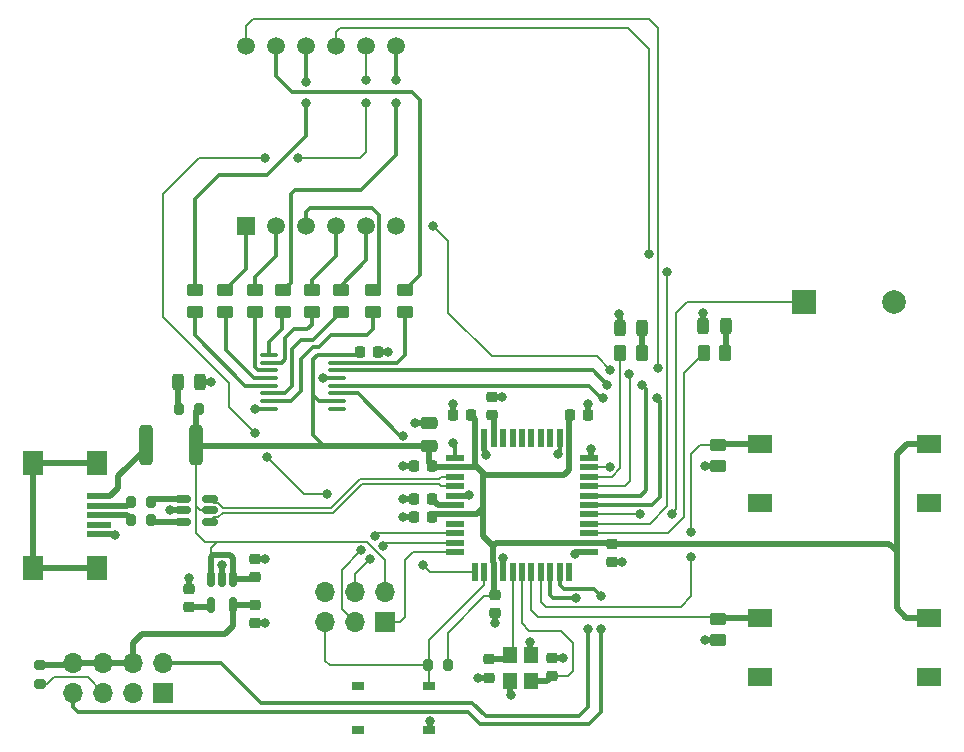
<source format=gbr>
%TF.GenerationSoftware,KiCad,Pcbnew,7.0.1*%
%TF.CreationDate,2023-04-05T02:41:21-06:00*%
%TF.ProjectId,Phase_B_ATMEGA,50686173-655f-4425-9f41-544d4547412e,rev?*%
%TF.SameCoordinates,Original*%
%TF.FileFunction,Copper,L1,Top*%
%TF.FilePolarity,Positive*%
%FSLAX46Y46*%
G04 Gerber Fmt 4.6, Leading zero omitted, Abs format (unit mm)*
G04 Created by KiCad (PCBNEW 7.0.1) date 2023-04-05 02:41:21*
%MOMM*%
%LPD*%
G01*
G04 APERTURE LIST*
G04 Aperture macros list*
%AMRoundRect*
0 Rectangle with rounded corners*
0 $1 Rounding radius*
0 $2 $3 $4 $5 $6 $7 $8 $9 X,Y pos of 4 corners*
0 Add a 4 corners polygon primitive as box body*
4,1,4,$2,$3,$4,$5,$6,$7,$8,$9,$2,$3,0*
0 Add four circle primitives for the rounded corners*
1,1,$1+$1,$2,$3*
1,1,$1+$1,$4,$5*
1,1,$1+$1,$6,$7*
1,1,$1+$1,$8,$9*
0 Add four rect primitives between the rounded corners*
20,1,$1+$1,$2,$3,$4,$5,0*
20,1,$1+$1,$4,$5,$6,$7,0*
20,1,$1+$1,$6,$7,$8,$9,0*
20,1,$1+$1,$8,$9,$2,$3,0*%
G04 Aperture macros list end*
%TA.AperFunction,SMDPad,CuDef*%
%ADD10RoundRect,0.225000X-0.250000X0.225000X-0.250000X-0.225000X0.250000X-0.225000X0.250000X0.225000X0*%
%TD*%
%TA.AperFunction,SMDPad,CuDef*%
%ADD11RoundRect,0.225000X0.250000X-0.225000X0.250000X0.225000X-0.250000X0.225000X-0.250000X-0.225000X0*%
%TD*%
%TA.AperFunction,SMDPad,CuDef*%
%ADD12R,1.200000X1.400000*%
%TD*%
%TA.AperFunction,ComponentPad*%
%ADD13R,1.700000X1.700000*%
%TD*%
%TA.AperFunction,ComponentPad*%
%ADD14O,1.700000X1.700000*%
%TD*%
%TA.AperFunction,SMDPad,CuDef*%
%ADD15RoundRect,0.225000X0.225000X0.250000X-0.225000X0.250000X-0.225000X-0.250000X0.225000X-0.250000X0*%
%TD*%
%TA.AperFunction,SMDPad,CuDef*%
%ADD16RoundRect,0.250000X0.450000X-0.262500X0.450000X0.262500X-0.450000X0.262500X-0.450000X-0.262500X0*%
%TD*%
%TA.AperFunction,SMDPad,CuDef*%
%ADD17RoundRect,0.200000X-0.275000X0.200000X-0.275000X-0.200000X0.275000X-0.200000X0.275000X0.200000X0*%
%TD*%
%TA.AperFunction,SMDPad,CuDef*%
%ADD18R,1.000000X0.700000*%
%TD*%
%TA.AperFunction,SMDPad,CuDef*%
%ADD19R,2.000000X0.500000*%
%TD*%
%TA.AperFunction,SMDPad,CuDef*%
%ADD20R,1.700000X2.000000*%
%TD*%
%TA.AperFunction,ComponentPad*%
%ADD21R,1.500000X1.500000*%
%TD*%
%TA.AperFunction,ComponentPad*%
%ADD22C,1.500000*%
%TD*%
%TA.AperFunction,SMDPad,CuDef*%
%ADD23RoundRect,0.200000X0.200000X0.275000X-0.200000X0.275000X-0.200000X-0.275000X0.200000X-0.275000X0*%
%TD*%
%TA.AperFunction,SMDPad,CuDef*%
%ADD24RoundRect,0.150000X-0.512500X-0.150000X0.512500X-0.150000X0.512500X0.150000X-0.512500X0.150000X0*%
%TD*%
%TA.AperFunction,ComponentPad*%
%ADD25R,2.000000X2.000000*%
%TD*%
%TA.AperFunction,ComponentPad*%
%ADD26C,2.000000*%
%TD*%
%TA.AperFunction,SMDPad,CuDef*%
%ADD27RoundRect,0.225000X-0.225000X-0.250000X0.225000X-0.250000X0.225000X0.250000X-0.225000X0.250000X0*%
%TD*%
%TA.AperFunction,SMDPad,CuDef*%
%ADD28RoundRect,0.243750X-0.243750X-0.456250X0.243750X-0.456250X0.243750X0.456250X-0.243750X0.456250X0*%
%TD*%
%TA.AperFunction,SMDPad,CuDef*%
%ADD29RoundRect,0.243750X0.243750X0.456250X-0.243750X0.456250X-0.243750X-0.456250X0.243750X-0.456250X0*%
%TD*%
%TA.AperFunction,SMDPad,CuDef*%
%ADD30R,1.500000X0.550000*%
%TD*%
%TA.AperFunction,SMDPad,CuDef*%
%ADD31R,0.550000X1.500000*%
%TD*%
%TA.AperFunction,SMDPad,CuDef*%
%ADD32RoundRect,0.200000X-0.200000X-0.275000X0.200000X-0.275000X0.200000X0.275000X-0.200000X0.275000X0*%
%TD*%
%TA.AperFunction,SMDPad,CuDef*%
%ADD33RoundRect,0.150000X-0.150000X0.512500X-0.150000X-0.512500X0.150000X-0.512500X0.150000X0.512500X0*%
%TD*%
%TA.AperFunction,SMDPad,CuDef*%
%ADD34RoundRect,0.100000X-0.637500X-0.100000X0.637500X-0.100000X0.637500X0.100000X-0.637500X0.100000X0*%
%TD*%
%TA.AperFunction,SMDPad,CuDef*%
%ADD35R,2.000000X1.500000*%
%TD*%
%TA.AperFunction,SMDPad,CuDef*%
%ADD36RoundRect,0.250000X-0.450000X0.262500X-0.450000X-0.262500X0.450000X-0.262500X0.450000X0.262500X0*%
%TD*%
%TA.AperFunction,SMDPad,CuDef*%
%ADD37RoundRect,0.250000X-0.312500X-1.450000X0.312500X-1.450000X0.312500X1.450000X-0.312500X1.450000X0*%
%TD*%
%TA.AperFunction,SMDPad,CuDef*%
%ADD38RoundRect,0.250000X-0.262500X-0.450000X0.262500X-0.450000X0.262500X0.450000X-0.262500X0.450000X0*%
%TD*%
%TA.AperFunction,SMDPad,CuDef*%
%ADD39RoundRect,0.250000X0.475000X-0.250000X0.475000X0.250000X-0.475000X0.250000X-0.475000X-0.250000X0*%
%TD*%
%TA.AperFunction,ViaPad*%
%ADD40C,0.800000*%
%TD*%
%TA.AperFunction,Conductor*%
%ADD41C,0.508000*%
%TD*%
%TA.AperFunction,Conductor*%
%ADD42C,0.304800*%
%TD*%
%TA.AperFunction,Conductor*%
%ADD43C,0.203200*%
%TD*%
%TA.AperFunction,Conductor*%
%ADD44C,0.200000*%
%TD*%
G04 APERTURE END LIST*
D10*
%TO.P,C2,1*%
%TO.N,GND*%
X127254000Y-102857000D03*
%TO.P,C2,2*%
%TO.N,XTAL1*%
X127254000Y-104407000D03*
%TD*%
D11*
%TO.P,C12,1*%
%TO.N,/AREF*%
X122174000Y-82309000D03*
%TO.P,C12,2*%
%TO.N,GND*%
X122174000Y-80759000D03*
%TD*%
D12*
%TO.P,Y1,1,1*%
%TO.N,XTAL1*%
X125437000Y-104859000D03*
%TO.P,Y1,2,2*%
%TO.N,GND*%
X125437000Y-102659000D03*
%TO.P,Y1,3,3*%
%TO.N,XTAL2*%
X123737000Y-102659000D03*
%TO.P,Y1,4,4*%
%TO.N,GND*%
X123737000Y-104859000D03*
%TD*%
D13*
%TO.P,J1,1,MISO*%
%TO.N,MISO*%
X113142000Y-99842000D03*
D14*
%TO.P,J1,2,VCC*%
%TO.N,+5V*%
X113142000Y-97302000D03*
%TO.P,J1,3,SCK*%
%TO.N,SCK*%
X110602000Y-99842000D03*
%TO.P,J1,4,MOSI*%
%TO.N,MOSI*%
X110602000Y-97302000D03*
%TO.P,J1,5,~{RST}*%
%TO.N,RST*%
X108062000Y-99842000D03*
%TO.P,J1,6,GND*%
%TO.N,GND*%
X108062000Y-97302000D03*
%TD*%
D15*
%TO.P,C10,1*%
%TO.N,+5V*%
X117094000Y-90932000D03*
%TO.P,C10,2*%
%TO.N,GND*%
X115544000Y-90932000D03*
%TD*%
D16*
%TO.P,R8,1*%
%TO.N,d*%
X102108000Y-73556500D03*
%TO.P,R8,2*%
%TO.N,Net-(U1-d)*%
X102108000Y-71731500D03*
%TD*%
D17*
%TO.P,R17,1*%
%TO.N,+3.3V*%
X83947000Y-103442000D03*
%TO.P,R17,2*%
%TO.N,Net-(J3-Pin_5)*%
X83947000Y-105092000D03*
%TD*%
D18*
%TO.P,S3,1*%
%TO.N,GND*%
X116840000Y-108966000D03*
%TO.P,S3,2*%
%TO.N,N/C*%
X110840000Y-108966000D03*
%TO.P,S3,3*%
%TO.N,RST*%
X116840000Y-105266000D03*
%TO.P,S3,4*%
%TO.N,N/C*%
X110840000Y-105266000D03*
%TD*%
D15*
%TO.P,C6,1*%
%TO.N,+5V*%
X117107000Y-86614000D03*
%TO.P,C6,2*%
%TO.N,GND*%
X115557000Y-86614000D03*
%TD*%
D19*
%TO.P,J2,1,VBUS*%
%TO.N,Net-(J2-VBUS)*%
X88862000Y-89200000D03*
%TO.P,J2,2,D-*%
%TO.N,Net-(J2-D-)*%
X88862000Y-90000000D03*
%TO.P,J2,3,D+*%
%TO.N,Net-(J2-D+)*%
X88862000Y-90800000D03*
%TO.P,J2,4,ID*%
%TO.N,unconnected-(J2-ID-Pad4)*%
X88862000Y-91600000D03*
%TO.P,J2,5,GND*%
%TO.N,GND*%
X88862000Y-92400000D03*
D20*
%TO.P,J2,6,Shield*%
%TO.N,unconnected-(J2-Shield-Pad6)*%
X88762000Y-86350000D03*
X83312000Y-86350000D03*
X88762000Y-95250000D03*
X83312000Y-95250000D03*
%TD*%
D10*
%TO.P,C7,1*%
%TO.N,+5V*%
X122428000Y-97523000D03*
%TO.P,C7,2*%
%TO.N,GND*%
X122428000Y-99073000D03*
%TD*%
D21*
%TO.P,U1,1,e*%
%TO.N,Net-(U1-e)*%
X101346000Y-66294000D03*
D22*
%TO.P,U1,2,d*%
%TO.N,Net-(U1-d)*%
X103886000Y-66294000D03*
%TO.P,U1,3,DPX*%
%TO.N,Net-(U1-DPX)*%
X106426000Y-66294000D03*
%TO.P,U1,4,c*%
%TO.N,Net-(U1-c)*%
X108966000Y-66294000D03*
%TO.P,U1,5,g*%
%TO.N,Net-(U1-g)*%
X111506000Y-66294000D03*
%TO.P,U1,6,CA4*%
%TO.N,Dig4*%
X114046000Y-66294000D03*
%TO.P,U1,7,b*%
%TO.N,Net-(U1-b)*%
X114046000Y-51054000D03*
%TO.P,U1,8,CA3*%
%TO.N,Dig3*%
X111506000Y-51054000D03*
%TO.P,U1,9,CA2*%
%TO.N,Dig2*%
X108966000Y-51054000D03*
%TO.P,U1,10,f*%
%TO.N,Net-(U1-f)*%
X106426000Y-51054000D03*
%TO.P,U1,11,a*%
%TO.N,Net-(U1-a)*%
X103886000Y-51054000D03*
%TO.P,U1,12,CA1*%
%TO.N,Dig1*%
X101346000Y-51054000D03*
%TD*%
D23*
%TO.P,R13,1*%
%TO.N,+5V*%
X118427000Y-103505000D03*
%TO.P,R13,2*%
%TO.N,RST*%
X116777000Y-103505000D03*
%TD*%
D24*
%TO.P,U4,1,I/O1*%
%TO.N,USB_CONN_D-*%
X96028115Y-89421688D03*
%TO.P,U4,2,GND*%
%TO.N,GND*%
X96028115Y-90371688D03*
%TO.P,U4,3,I/O2*%
%TO.N,USB_CONN_D+*%
X96028115Y-91321688D03*
%TO.P,U4,4,I/O2*%
%TO.N,USB_D+*%
X98303115Y-91321688D03*
%TO.P,U4,5,VBUS*%
%TO.N,+5V*%
X98303115Y-90371688D03*
%TO.P,U4,6,I/O1*%
%TO.N,USB_D-*%
X98303115Y-89421688D03*
%TD*%
D11*
%TO.P,C15,1*%
%TO.N,Net-(U5-BP)*%
X96520000Y-98552000D03*
%TO.P,C15,2*%
%TO.N,GND*%
X96520000Y-97002000D03*
%TD*%
D16*
%TO.P,R7,1*%
%TO.N,c*%
X106934000Y-73556500D03*
%TO.P,R7,2*%
%TO.N,Net-(U1-c)*%
X106934000Y-71731500D03*
%TD*%
D25*
%TO.P,LS1,1,1*%
%TO.N,Buzzer*%
X148600000Y-72771000D03*
D26*
%TO.P,LS1,2,2*%
%TO.N,GND*%
X156200000Y-72771000D03*
%TD*%
D27*
%TO.P,C1,1*%
%TO.N,+5V*%
X110985000Y-76962000D03*
%TO.P,C1,2*%
%TO.N,GND*%
X112535000Y-76962000D03*
%TD*%
D16*
%TO.P,R6,1*%
%TO.N,b*%
X104521000Y-73556500D03*
%TO.P,R6,2*%
%TO.N,Net-(U1-b)*%
X104521000Y-71731500D03*
%TD*%
%TO.P,R9,1*%
%TO.N,e*%
X99568000Y-73556500D03*
%TO.P,R9,2*%
%TO.N,Net-(U1-e)*%
X99568000Y-71731500D03*
%TD*%
D28*
%TO.P,D1,1,K*%
%TO.N,GND*%
X133024000Y-74930000D03*
%TO.P,D1,2,A*%
%TO.N,Net-(D1-A)*%
X134899000Y-74930000D03*
%TD*%
D29*
%TO.P,D3,1,K*%
%TO.N,GND*%
X97457500Y-79502000D03*
%TO.P,D3,2,A*%
%TO.N,Net-(D3-A)*%
X95582500Y-79502000D03*
%TD*%
D30*
%TO.P,U3,1,PE6*%
%TO.N,SH_CP*%
X119014000Y-85916000D03*
%TO.P,U3,2,UVCC*%
%TO.N,+5V*%
X119014000Y-86716000D03*
%TO.P,U3,3,D-*%
%TO.N,USB_D-*%
X119014000Y-87516000D03*
%TO.P,U3,4,D+*%
%TO.N,USB_D+*%
X119014000Y-88316000D03*
%TO.P,U3,5,UGND*%
%TO.N,GND*%
X119014000Y-89116000D03*
%TO.P,U3,6,UCAP*%
%TO.N,/UCAP*%
X119014000Y-89916000D03*
%TO.P,U3,7,VBUS*%
%TO.N,+5V*%
X119014000Y-90716000D03*
%TO.P,U3,8,PB0*%
%TO.N,unconnected-(U3-PB0-Pad8)*%
X119014000Y-91516000D03*
%TO.P,U3,9,PB1*%
%TO.N,SCK*%
X119014000Y-92316000D03*
%TO.P,U3,10,PB2*%
%TO.N,MOSI*%
X119014000Y-93116000D03*
%TO.P,U3,11,PB3*%
%TO.N,MISO*%
X119014000Y-93916000D03*
D31*
%TO.P,U3,12,PB7*%
%TO.N,Dig3*%
X120714000Y-95616000D03*
%TO.P,U3,13,~{RESET}*%
%TO.N,RST*%
X121514000Y-95616000D03*
%TO.P,U3,14,VCC*%
%TO.N,+5V*%
X122314000Y-95616000D03*
%TO.P,U3,15,GND*%
%TO.N,GND*%
X123114000Y-95616000D03*
%TO.P,U3,16,XTAL2*%
%TO.N,XTAL2*%
X123914000Y-95616000D03*
%TO.P,U3,17,XTAL1*%
%TO.N,XTAL1*%
X124714000Y-95616000D03*
%TO.P,U3,18,PD0*%
%TO.N,Button_2*%
X125514000Y-95616000D03*
%TO.P,U3,19,PD1*%
%TO.N,Button_1*%
X126314000Y-95616000D03*
%TO.P,U3,20,PD2*%
%TO.N,TX*%
X127114000Y-95616000D03*
%TO.P,U3,21,PD3*%
%TO.N,RX*%
X127914000Y-95616000D03*
%TO.P,U3,22,PD5*%
%TO.N,unconnected-(U3-PD5-Pad22)*%
X128714000Y-95616000D03*
D30*
%TO.P,U3,23,GND*%
%TO.N,GND*%
X130414000Y-93916000D03*
%TO.P,U3,24,AVCC*%
%TO.N,+5V*%
X130414000Y-93116000D03*
%TO.P,U3,25,PD4*%
%TO.N,GREEN_LED*%
X130414000Y-92316000D03*
%TO.P,U3,26,PD6*%
%TO.N,Dig2*%
X130414000Y-91516000D03*
%TO.P,U3,27,PD7*%
%TO.N,Buzzer*%
X130414000Y-90716000D03*
%TO.P,U3,28,PB4*%
%TO.N,ST_CP*%
X130414000Y-89916000D03*
%TO.P,U3,29,PB5*%
%TO.N,DS*%
X130414000Y-89116000D03*
%TO.P,U3,30,PB6*%
%TO.N,Dig4*%
X130414000Y-88316000D03*
%TO.P,U3,31,PC6*%
%TO.N,RED_LED*%
X130414000Y-87516000D03*
%TO.P,U3,32,PC7*%
%TO.N,Dig1*%
X130414000Y-86716000D03*
%TO.P,U3,33,~{HWB}/PE2*%
%TO.N,GND*%
X130414000Y-85916000D03*
D31*
%TO.P,U3,34,VCC*%
%TO.N,+5V*%
X128714000Y-84216000D03*
%TO.P,U3,35,GND*%
%TO.N,GND*%
X127914000Y-84216000D03*
%TO.P,U3,36,PF7*%
%TO.N,unconnected-(U3-PF7-Pad36)*%
X127114000Y-84216000D03*
%TO.P,U3,37,PF6*%
%TO.N,unconnected-(U3-PF6-Pad37)*%
X126314000Y-84216000D03*
%TO.P,U3,38,PF5*%
%TO.N,unconnected-(U3-PF5-Pad38)*%
X125514000Y-84216000D03*
%TO.P,U3,39,PF4*%
%TO.N,unconnected-(U3-PF4-Pad39)*%
X124714000Y-84216000D03*
%TO.P,U3,40,PF1*%
%TO.N,unconnected-(U3-PF1-Pad40)*%
X123914000Y-84216000D03*
%TO.P,U3,41,PF0*%
%TO.N,unconnected-(U3-PF0-Pad41)*%
X123114000Y-84216000D03*
%TO.P,U3,42,AREF*%
%TO.N,/AREF*%
X122314000Y-84216000D03*
%TO.P,U3,43,GND*%
%TO.N,GND*%
X121514000Y-84216000D03*
%TO.P,U3,44,AVCC*%
%TO.N,+5V*%
X120714000Y-84216000D03*
%TD*%
D15*
%TO.P,C11,1*%
%TO.N,+5V*%
X120409000Y-82296000D03*
%TO.P,C11,2*%
%TO.N,GND*%
X118859000Y-82296000D03*
%TD*%
D32*
%TO.P,R15,1*%
%TO.N,Net-(J2-D-)*%
X91631911Y-89635905D03*
%TO.P,R15,2*%
%TO.N,USB_CONN_D-*%
X93281911Y-89635905D03*
%TD*%
D33*
%TO.P,U5,1,VIN*%
%TO.N,+5V*%
X100264000Y-96144500D03*
%TO.P,U5,2,GND*%
%TO.N,GND*%
X99314000Y-96144500D03*
%TO.P,U5,3,ON/~{OFF}*%
%TO.N,+5V*%
X98364000Y-96144500D03*
%TO.P,U5,4,BP*%
%TO.N,Net-(U5-BP)*%
X98364000Y-98419500D03*
%TO.P,U5,5,VOUT*%
%TO.N,+3.3V*%
X100264000Y-98419500D03*
%TD*%
D32*
%TO.P,R14,1*%
%TO.N,Net-(J2-D+)*%
X91631000Y-91186000D03*
%TO.P,R14,2*%
%TO.N,USB_CONN_D+*%
X93281000Y-91186000D03*
%TD*%
D10*
%TO.P,C5,1*%
%TO.N,+5V*%
X132321000Y-93218000D03*
%TO.P,C5,2*%
%TO.N,GND*%
X132321000Y-94768000D03*
%TD*%
%TO.P,C3,1*%
%TO.N,XTAL2*%
X121920000Y-102984000D03*
%TO.P,C3,2*%
%TO.N,GND*%
X121920000Y-104534000D03*
%TD*%
%TO.P,C14,1*%
%TO.N,+3.3V*%
X102108000Y-98399000D03*
%TO.P,C14,2*%
%TO.N,GND*%
X102108000Y-99949000D03*
%TD*%
D16*
%TO.P,R5,1*%
%TO.N,a*%
X114808000Y-73556500D03*
%TO.P,R5,2*%
%TO.N,Net-(U1-a)*%
X114808000Y-71731500D03*
%TD*%
D23*
%TO.P,R16,1*%
%TO.N,+5V*%
X97345000Y-81788000D03*
%TO.P,R16,2*%
%TO.N,Net-(D3-A)*%
X95695000Y-81788000D03*
%TD*%
D34*
%TO.P,U2,1,QB*%
%TO.N,b*%
X103309500Y-77227000D03*
%TO.P,U2,2,QC*%
%TO.N,c*%
X103309500Y-77877000D03*
%TO.P,U2,3,QD*%
%TO.N,d*%
X103309500Y-78527000D03*
%TO.P,U2,4,QE*%
%TO.N,e*%
X103309500Y-79177000D03*
%TO.P,U2,5,QF*%
%TO.N,f*%
X103309500Y-79827000D03*
%TO.P,U2,6,QG*%
%TO.N,g*%
X103309500Y-80477000D03*
%TO.P,U2,7,QH*%
%TO.N,dp*%
X103309500Y-81127000D03*
%TO.P,U2,8,GND*%
%TO.N,GND*%
X103309500Y-81777000D03*
%TO.P,U2,9,QH'*%
%TO.N,unconnected-(U2-QH'-Pad9)*%
X109034500Y-81777000D03*
%TO.P,U2,10,~{SRCLR}*%
%TO.N,+5V*%
X109034500Y-81127000D03*
%TO.P,U2,11,SRCLK*%
%TO.N,SH_CP*%
X109034500Y-80477000D03*
%TO.P,U2,12,RCLK*%
%TO.N,ST_CP*%
X109034500Y-79827000D03*
%TO.P,U2,13,~{OE}*%
%TO.N,GND*%
X109034500Y-79177000D03*
%TO.P,U2,14,SER*%
%TO.N,DS*%
X109034500Y-78527000D03*
%TO.P,U2,15,QA*%
%TO.N,a*%
X109034500Y-77877000D03*
%TO.P,U2,16,VCC*%
%TO.N,+5V*%
X109034500Y-77227000D03*
%TD*%
D35*
%TO.P,S1,A1,NO_1*%
%TO.N,unconnected-(S1-NO_1-PadA1)*%
X159169000Y-89749000D03*
%TO.P,S1,B1,NO_2*%
%TO.N,unconnected-(S1-NO_2-PadB1)*%
X144869000Y-89749000D03*
%TO.P,S1,C1,COM_1*%
%TO.N,+5V*%
X159169000Y-84749000D03*
%TO.P,S1,D1,COM_2*%
%TO.N,Button_1*%
X144869000Y-84749000D03*
%TD*%
D36*
%TO.P,R1,1*%
%TO.N,Button_1*%
X141351000Y-84812500D03*
%TO.P,R1,2*%
%TO.N,GND*%
X141351000Y-86637500D03*
%TD*%
D11*
%TO.P,C13,1*%
%TO.N,+5V*%
X102108000Y-96038000D03*
%TO.P,C13,2*%
%TO.N,GND*%
X102108000Y-94488000D03*
%TD*%
D16*
%TO.P,R12,1*%
%TO.N,dp*%
X112141000Y-73556500D03*
%TO.P,R12,2*%
%TO.N,Net-(U1-DPX)*%
X112141000Y-71731500D03*
%TD*%
D37*
%TO.P,F1,1*%
%TO.N,Net-(J2-VBUS)*%
X92858500Y-84836000D03*
%TO.P,F1,2*%
%TO.N,+5V*%
X97133500Y-84836000D03*
%TD*%
D27*
%TO.P,C4,1*%
%TO.N,+5V*%
X128778000Y-82296000D03*
%TO.P,C4,2*%
%TO.N,GND*%
X130328000Y-82296000D03*
%TD*%
D38*
%TO.P,R3,1*%
%TO.N,RED_LED*%
X133049000Y-77089000D03*
%TO.P,R3,2*%
%TO.N,Net-(D1-A)*%
X134874000Y-77089000D03*
%TD*%
D15*
%TO.P,C9,1*%
%TO.N,/UCAP*%
X117094000Y-89408000D03*
%TO.P,C9,2*%
%TO.N,GND*%
X115544000Y-89408000D03*
%TD*%
D13*
%TO.P,J3,1,Pin_1*%
%TO.N,GND*%
X94351000Y-105811000D03*
D14*
%TO.P,J3,2,Pin_2*%
%TO.N,TX*%
X94351000Y-103271000D03*
%TO.P,J3,3,Pin_3*%
%TO.N,unconnected-(J3-Pin_3-Pad3)*%
X91811000Y-105811000D03*
%TO.P,J3,4,Pin_4*%
%TO.N,+3.3V*%
X91811000Y-103271000D03*
%TO.P,J3,5,Pin_5*%
%TO.N,Net-(J3-Pin_5)*%
X89271000Y-105811000D03*
%TO.P,J3,6,Pin_6*%
%TO.N,+3.3V*%
X89271000Y-103271000D03*
%TO.P,J3,7,Pin_7*%
%TO.N,RX*%
X86731000Y-105811000D03*
%TO.P,J3,8,Pin_8*%
%TO.N,+3.3V*%
X86731000Y-103271000D03*
%TD*%
D16*
%TO.P,R10,1*%
%TO.N,f*%
X97028000Y-73556500D03*
%TO.P,R10,2*%
%TO.N,Net-(U1-f)*%
X97028000Y-71731500D03*
%TD*%
D36*
%TO.P,R2,1*%
%TO.N,Button_2*%
X141351000Y-99544500D03*
%TO.P,R2,2*%
%TO.N,GND*%
X141351000Y-101369500D03*
%TD*%
D39*
%TO.P,C8,1*%
%TO.N,+5V*%
X116840000Y-84897000D03*
%TO.P,C8,2*%
%TO.N,GND*%
X116840000Y-82997000D03*
%TD*%
D35*
%TO.P,S2,A1,NO_1*%
%TO.N,unconnected-(S2-NO_1-PadA1)*%
X159169000Y-104481000D03*
%TO.P,S2,B1,NO_2*%
%TO.N,unconnected-(S2-NO_2-PadB1)*%
X144869000Y-104481000D03*
%TO.P,S2,C1,COM_1*%
%TO.N,+5V*%
X159169000Y-99481000D03*
%TO.P,S2,D1,COM_2*%
%TO.N,Button_2*%
X144869000Y-99481000D03*
%TD*%
D38*
%TO.P,R4,1*%
%TO.N,GREEN_LED*%
X140106000Y-77089000D03*
%TO.P,R4,2*%
%TO.N,Net-(D2-A)*%
X141931000Y-77089000D03*
%TD*%
D16*
%TO.P,R11,1*%
%TO.N,g*%
X109368612Y-73559151D03*
%TO.P,R11,2*%
%TO.N,Net-(U1-g)*%
X109368612Y-71734151D03*
%TD*%
D28*
%TO.P,D2,1,K*%
%TO.N,GND*%
X140081000Y-74803000D03*
%TO.P,D2,2,A*%
%TO.N,Net-(D2-A)*%
X141956000Y-74803000D03*
%TD*%
D40*
%TO.N,GND*%
X94927568Y-90373676D03*
X132969000Y-73787000D03*
X122428000Y-99949000D03*
X99314000Y-94996000D03*
X121666000Y-85725000D03*
X127762000Y-85598000D03*
X140208000Y-101346000D03*
X98425000Y-79502000D03*
X133223000Y-94742000D03*
X115659806Y-82987896D03*
X120240310Y-89111157D03*
X107843284Y-79185837D03*
X121001928Y-104528392D03*
X123761691Y-106024351D03*
X96520000Y-96139000D03*
X102997000Y-99949000D03*
X114632608Y-90938694D03*
X128174878Y-102846028D03*
X90297000Y-92456000D03*
X102108000Y-81788000D03*
X140208000Y-86614000D03*
X125416240Y-101513888D03*
X130595586Y-85193476D03*
X129206701Y-94096659D03*
X114626396Y-89411820D03*
X102997000Y-94488000D03*
X118836998Y-81379074D03*
X116967000Y-108204000D03*
X140026000Y-73660000D03*
X113411000Y-76962000D03*
X130302000Y-81407000D03*
X123063000Y-80772000D03*
X114681000Y-86614000D03*
X123089352Y-94373580D03*
%TO.N,Buzzer*%
X137414000Y-90678000D03*
X134747000Y-90678000D03*
%TO.N,Button_1*%
X139065000Y-92202000D03*
X139065000Y-94361000D03*
%TO.N,Net-(U1-b)*%
X114046000Y-53975000D03*
X114046000Y-55880000D03*
%TO.N,Net-(U1-f)*%
X106426000Y-54102000D03*
X106426000Y-55880000D03*
%TO.N,Dig4*%
X132207000Y-78486000D03*
X133750100Y-78867000D03*
X117221000Y-66294000D03*
%TO.N,Dig3*%
X111506000Y-55880000D03*
X108204000Y-89027000D03*
X116332000Y-94996000D03*
X111506000Y-53975000D03*
X103124000Y-85852000D03*
X102108000Y-83820000D03*
X102997000Y-60579000D03*
X105791000Y-60579000D03*
%TO.N,Dig2*%
X137033000Y-70231000D03*
X135509000Y-68707000D03*
%TO.N,Dig1*%
X132155747Y-86689747D03*
X136271000Y-78359000D03*
%TO.N,SH_CP*%
X118872000Y-84709000D03*
X114681000Y-84043500D03*
%TO.N,ST_CP*%
X136144000Y-80899000D03*
X131572000Y-80899000D03*
%TO.N,DS*%
X131953000Y-79756000D03*
X134874000Y-79756000D03*
%TO.N,SCK*%
X112268000Y-92583000D03*
X111125000Y-93728600D03*
%TO.N,MOSI*%
X112954253Y-93420747D03*
X111887000Y-94488000D03*
%TO.N,TX*%
X129286000Y-97790000D03*
X130302000Y-100457000D03*
%TO.N,RX*%
X131445000Y-97663000D03*
X131445000Y-100457000D03*
%TD*%
D41*
%TO.N,GND*%
X130302000Y-82270000D02*
X130328000Y-82296000D01*
D42*
X127914000Y-85446000D02*
X127762000Y-85598000D01*
D41*
X114630216Y-89408000D02*
X114626396Y-89411820D01*
X116967000Y-108839000D02*
X116840000Y-108966000D01*
X88862000Y-92400000D02*
X90241000Y-92400000D01*
X114632608Y-90938694D02*
X115537306Y-90938694D01*
X115537306Y-90938694D02*
X115544000Y-90932000D01*
X141351000Y-101369500D02*
X140231500Y-101369500D01*
X118859000Y-82296000D02*
X118859000Y-81401076D01*
X140026000Y-74748000D02*
X140081000Y-74803000D01*
X115544000Y-89408000D02*
X114630216Y-89408000D01*
X116840000Y-82997000D02*
X115668910Y-82997000D01*
X102997000Y-99949000D02*
X102108000Y-99949000D01*
X130595586Y-85734414D02*
X130414000Y-85916000D01*
X90241000Y-92400000D02*
X90297000Y-92456000D01*
X121666000Y-85725000D02*
X121514000Y-85207882D01*
X116967000Y-108204000D02*
X116967000Y-108839000D01*
X133223000Y-94742000D02*
X132347000Y-94742000D01*
X123114000Y-94398228D02*
X123089352Y-94373580D01*
D42*
X109034500Y-79177000D02*
X107852121Y-79177000D01*
D41*
X125416240Y-101513888D02*
X125416240Y-102638240D01*
X125416240Y-102638240D02*
X125437000Y-102659000D01*
X123063000Y-80772000D02*
X122187000Y-80772000D01*
X121514000Y-85207882D02*
X121514000Y-84216000D01*
X130414000Y-93916000D02*
X129387360Y-93916000D01*
X102108000Y-81788000D02*
X102115000Y-81781000D01*
X133024000Y-73842000D02*
X132969000Y-73787000D01*
X130302000Y-81407000D02*
X130302000Y-82270000D01*
D42*
X103309500Y-81777000D02*
X102119000Y-81777000D01*
X102119000Y-81777000D02*
X102108000Y-81788000D01*
D41*
X102997000Y-94488000D02*
X102108000Y-94488000D01*
X96028115Y-90371688D02*
X94929556Y-90371688D01*
X130595586Y-85193476D02*
X130595586Y-85734414D01*
X113411000Y-76962000D02*
X112535000Y-76962000D01*
X121007536Y-104534000D02*
X121001928Y-104528392D01*
X123737000Y-104859000D02*
X123737000Y-105999660D01*
X123737000Y-105999660D02*
X123761691Y-106024351D01*
X115557000Y-86614000D02*
X114681000Y-86614000D01*
X123114000Y-95616000D02*
X123114000Y-94398228D01*
D42*
X107852121Y-79177000D02*
X107843284Y-79185837D01*
D41*
X127254000Y-102857000D02*
X128163906Y-102857000D01*
X140231500Y-101369500D02*
X140208000Y-101346000D01*
X129387360Y-93916000D02*
X129206701Y-94096659D01*
X115668910Y-82997000D02*
X115659806Y-82987896D01*
X119014000Y-89116000D02*
X120235467Y-89116000D01*
X99314000Y-96144500D02*
X99314000Y-94996000D01*
X133024000Y-74930000D02*
X133024000Y-73842000D01*
X96520000Y-97002000D02*
X96520000Y-96139000D01*
X118859000Y-81401076D02*
X118836998Y-81379074D01*
X122428000Y-99073000D02*
X122428000Y-99949000D01*
X98425000Y-79502000D02*
X97457500Y-79502000D01*
X94929556Y-90371688D02*
X94927568Y-90373676D01*
X140026000Y-73660000D02*
X140026000Y-74748000D01*
X120235467Y-89116000D02*
X120240310Y-89111157D01*
X140231500Y-86637500D02*
X140208000Y-86614000D01*
X121920000Y-104534000D02*
X121007536Y-104534000D01*
X122187000Y-80772000D02*
X122174000Y-80759000D01*
X141351000Y-86637500D02*
X140231500Y-86637500D01*
X128163906Y-102857000D02*
X128174878Y-102846028D01*
D42*
X127914000Y-84216000D02*
X127914000Y-85446000D01*
D41*
%TO.N,Net-(D1-A)*%
X134899000Y-77064000D02*
X134874000Y-77089000D01*
X134899000Y-74930000D02*
X134899000Y-77064000D01*
%TO.N,Net-(D2-A)*%
X141956000Y-74803000D02*
X141956000Y-77064000D01*
X141956000Y-77064000D02*
X141931000Y-77089000D01*
D43*
%TO.N,Buzzer*%
X134709000Y-90716000D02*
X134747000Y-90678000D01*
X137795000Y-73660000D02*
X138684000Y-72771000D01*
X137414000Y-90678000D02*
X137795000Y-90297000D01*
X137795000Y-90297000D02*
X137795000Y-73660000D01*
X130414000Y-90716000D02*
X134709000Y-90716000D01*
X138684000Y-72771000D02*
X148600000Y-72771000D01*
%TO.N,Button_1*%
X126746000Y-98552000D02*
X138176000Y-98552000D01*
X141327500Y-84836000D02*
X141351000Y-84812500D01*
X126314000Y-95616000D02*
X126314000Y-98120000D01*
X139827000Y-84836000D02*
X141327500Y-84836000D01*
X139065000Y-85598000D02*
X139827000Y-84836000D01*
X139065000Y-92202000D02*
X139065000Y-85598000D01*
D41*
X141414500Y-84749000D02*
X141351000Y-84812500D01*
D43*
X139065000Y-97663000D02*
X139065000Y-94361000D01*
X138176000Y-98552000D02*
X139065000Y-97663000D01*
D41*
X144869000Y-84749000D02*
X141414500Y-84749000D01*
D43*
X126314000Y-98120000D02*
X126746000Y-98552000D01*
D41*
%TO.N,Button_2*%
X141414500Y-99481000D02*
X141351000Y-99544500D01*
D43*
X125514000Y-95616000D02*
X125514000Y-98844000D01*
X126111000Y-99441000D02*
X141247500Y-99441000D01*
D41*
X144869000Y-99481000D02*
X141414500Y-99481000D01*
D43*
X125514000Y-98844000D02*
X126111000Y-99441000D01*
X141247500Y-99441000D02*
X141351000Y-99544500D01*
%TO.N,RED_LED*%
X133049000Y-86788000D02*
X133049000Y-77089000D01*
X132321000Y-87516000D02*
X133049000Y-86788000D01*
X130414000Y-87516000D02*
X132321000Y-87516000D01*
%TO.N,GREEN_LED*%
X138430000Y-78765000D02*
X140106000Y-77089000D01*
X138430000Y-90932000D02*
X138430000Y-78765000D01*
X130414000Y-92316000D02*
X137046000Y-92316000D01*
X137046000Y-92316000D02*
X138430000Y-90932000D01*
D42*
%TO.N,a*%
X114147000Y-77877000D02*
X114808000Y-77216000D01*
X109034500Y-77877000D02*
X114147000Y-77877000D01*
X114808000Y-77216000D02*
X114808000Y-73556500D01*
%TO.N,Net-(U1-a)*%
X116078000Y-55626000D02*
X115443000Y-54991000D01*
X114808000Y-71731500D02*
X116078000Y-70461500D01*
X115443000Y-54991000D02*
X105283000Y-54991000D01*
X105283000Y-54991000D02*
X103886000Y-53594000D01*
X116078000Y-70461500D02*
X116078000Y-55626000D01*
X103886000Y-53594000D02*
X103886000Y-51054000D01*
%TO.N,b*%
X104394000Y-75057000D02*
X104394000Y-73683500D01*
X104394000Y-73683500D02*
X104521000Y-73556500D01*
X103309500Y-77227000D02*
X103309500Y-76141500D01*
X103309500Y-76141500D02*
X104394000Y-75057000D01*
%TO.N,Net-(U1-b)*%
X111125000Y-63246000D02*
X105537000Y-63246000D01*
X105537000Y-63246000D02*
X105156000Y-63627000D01*
X114046000Y-51054000D02*
X114046000Y-53975000D01*
X105156000Y-71096500D02*
X104521000Y-71731500D01*
X105156000Y-63627000D02*
X105156000Y-71096500D01*
X114046000Y-60325000D02*
X111125000Y-63246000D01*
X114046000Y-55880000D02*
X114046000Y-60325000D01*
%TO.N,c*%
X106553000Y-75057000D02*
X106934000Y-74676000D01*
X104648000Y-75819000D02*
X105410000Y-75057000D01*
X104368000Y-77877000D02*
X104648000Y-77597000D01*
X106934000Y-74676000D02*
X106934000Y-73556500D01*
X105410000Y-75057000D02*
X106553000Y-75057000D01*
X104648000Y-77597000D02*
X104648000Y-75819000D01*
X103309500Y-77877000D02*
X104368000Y-77877000D01*
%TO.N,Net-(U1-c)*%
X106934000Y-71731500D02*
X106934000Y-70866000D01*
X108966000Y-68834000D02*
X108966000Y-66294000D01*
X106934000Y-70866000D02*
X108966000Y-68834000D01*
%TO.N,d*%
X103309500Y-78527000D02*
X102403000Y-78527000D01*
X102403000Y-78527000D02*
X102108000Y-78232000D01*
X102108000Y-78232000D02*
X102108000Y-73556500D01*
%TO.N,Net-(U1-d)*%
X102108000Y-71731500D02*
X102108000Y-70612000D01*
X103886000Y-68834000D02*
X103886000Y-66294000D01*
X102108000Y-70612000D02*
X103886000Y-68834000D01*
%TO.N,e*%
X99695000Y-73683500D02*
X99568000Y-73556500D01*
X99695000Y-76835000D02*
X99695000Y-73683500D01*
X103309500Y-79177000D02*
X102037000Y-79177000D01*
X102037000Y-79177000D02*
X99695000Y-76835000D01*
%TO.N,Net-(U1-e)*%
X101346000Y-69953500D02*
X101346000Y-66294000D01*
X99568000Y-71731500D02*
X101346000Y-69953500D01*
%TO.N,f*%
X101290000Y-79827000D02*
X97028000Y-75565000D01*
X103309500Y-79827000D02*
X101290000Y-79827000D01*
X97028000Y-75565000D02*
X97028000Y-73556500D01*
%TO.N,Net-(U1-f)*%
X106426000Y-54102000D02*
X106426000Y-51054000D01*
X99060000Y-61976000D02*
X103124000Y-61976000D01*
X97028000Y-64008000D02*
X99060000Y-61976000D01*
X106426000Y-58674000D02*
X106426000Y-55880000D01*
X97028000Y-71731500D02*
X97028000Y-64008000D01*
X103124000Y-61976000D02*
X106426000Y-58674000D01*
%TO.N,g*%
X103309500Y-80477000D02*
X104689000Y-80477000D01*
X106045000Y-75946000D02*
X106981763Y-75946000D01*
X104689000Y-80477000D02*
X105283000Y-79883000D01*
X105283000Y-76708000D02*
X106045000Y-75946000D01*
X106981763Y-75946000D02*
X109368612Y-73559151D01*
X105283000Y-79883000D02*
X105283000Y-76708000D01*
%TO.N,Net-(U1-g)*%
X109368612Y-71352388D02*
X111506000Y-69215000D01*
X111506000Y-69215000D02*
X111506000Y-66294000D01*
X109368612Y-71734151D02*
X109368612Y-71352388D01*
%TO.N,dp*%
X107061000Y-76581000D02*
X107569000Y-76581000D01*
X111633000Y-75565000D02*
X112141000Y-75057000D01*
X112141000Y-75057000D02*
X112141000Y-73556500D01*
X108585000Y-75565000D02*
X111633000Y-75565000D01*
X107569000Y-76581000D02*
X108585000Y-75565000D01*
X106045000Y-77597000D02*
X107061000Y-76581000D01*
X103309500Y-81127000D02*
X105182000Y-81127000D01*
X106045000Y-80264000D02*
X106045000Y-77597000D01*
X105182000Y-81127000D02*
X106045000Y-80264000D01*
%TO.N,Net-(U1-DPX)*%
X112649000Y-65405000D02*
X112014000Y-64770000D01*
X112649000Y-71223500D02*
X112649000Y-65405000D01*
X112649000Y-71223500D02*
X112141000Y-71731500D01*
X106426000Y-66294000D02*
X106426000Y-65151000D01*
X112014000Y-64770000D02*
X106807000Y-64770000D01*
X106426000Y-65151000D02*
X106807000Y-64770000D01*
D41*
%TO.N,+5V*%
X132219000Y-93116000D02*
X132321000Y-93218000D01*
X128714000Y-82360000D02*
X128778000Y-82296000D01*
X119014000Y-86716000D02*
X117209000Y-86716000D01*
D43*
X97133500Y-84836000D02*
X97155000Y-84857500D01*
D41*
X100264000Y-96144500D02*
X102001500Y-96144500D01*
X122314000Y-94805967D02*
X122235352Y-94727319D01*
X106807000Y-84897000D02*
X97194500Y-84897000D01*
X132321000Y-93218000D02*
X155829000Y-93218000D01*
X156464000Y-85598000D02*
X157313000Y-84749000D01*
D43*
X97155000Y-90043000D02*
X97155000Y-92329000D01*
X97853500Y-93027500D02*
X99060000Y-93027500D01*
D41*
X120714000Y-84216000D02*
X120714000Y-86551000D01*
D43*
X97155000Y-92329000D02*
X97853500Y-93027500D01*
D41*
X121412000Y-87249000D02*
X121412000Y-90170000D01*
X159169000Y-99481000D02*
X157266000Y-99481000D01*
X122235352Y-93406352D02*
X121412000Y-92583000D01*
D42*
X107543000Y-81127000D02*
X109034500Y-81127000D01*
D43*
X98874500Y-93027500D02*
X99060000Y-93027500D01*
D41*
X122525704Y-93116000D02*
X122235352Y-93406352D01*
X119014000Y-86716000D02*
X120879000Y-86716000D01*
X120714000Y-86551000D02*
X120879000Y-86716000D01*
X120879000Y-86716000D02*
X121412000Y-87249000D01*
X121539000Y-87376000D02*
X121412000Y-87249000D01*
X97133500Y-81999500D02*
X97345000Y-81788000D01*
D43*
X97483688Y-90371688D02*
X98303115Y-90371688D01*
X98364000Y-93538000D02*
X98364000Y-94295000D01*
X118427000Y-100775000D02*
X121539000Y-97663000D01*
D41*
X121412000Y-90170000D02*
X120866000Y-90716000D01*
X97133500Y-84836000D02*
X97133500Y-81999500D01*
X122314000Y-97409000D02*
X122428000Y-97523000D01*
X97194500Y-84897000D02*
X97133500Y-84836000D01*
D42*
X107061000Y-80645000D02*
X107061000Y-84008000D01*
D41*
X130414000Y-93116000D02*
X132219000Y-93116000D01*
D42*
X110720000Y-77227000D02*
X110985000Y-76962000D01*
X107061000Y-84008000D02*
X107950000Y-84897000D01*
D41*
X120866000Y-90716000D02*
X119014000Y-90716000D01*
X99984000Y-94142000D02*
X100264000Y-94422000D01*
X98517000Y-94142000D02*
X99984000Y-94142000D01*
D43*
X99060000Y-93027500D02*
X111569500Y-93027500D01*
D41*
X98364000Y-94295000D02*
X98517000Y-94142000D01*
X100264000Y-94422000D02*
X100264000Y-96144500D01*
D43*
X118427000Y-103505000D02*
X118427000Y-100775000D01*
D41*
X128270000Y-87376000D02*
X121539000Y-87376000D01*
X116840000Y-84897000D02*
X116840000Y-86347000D01*
X102001500Y-96144500D02*
X102108000Y-96038000D01*
X120714000Y-82601000D02*
X120409000Y-82296000D01*
X156464000Y-98679000D02*
X156464000Y-93853000D01*
X122314000Y-95616000D02*
X122314000Y-97409000D01*
D43*
X122288000Y-97663000D02*
X122428000Y-97523000D01*
D41*
X116840000Y-84897000D02*
X107950000Y-84897000D01*
X155829000Y-93218000D02*
X156464000Y-93853000D01*
X130414000Y-93116000D02*
X122525704Y-93116000D01*
D42*
X107431000Y-77227000D02*
X107061000Y-77597000D01*
D41*
X107950000Y-84897000D02*
X106807000Y-84897000D01*
X156464000Y-93853000D02*
X156464000Y-85598000D01*
X116840000Y-86347000D02*
X117107000Y-86614000D01*
X157266000Y-99481000D02*
X156464000Y-98679000D01*
D42*
X109034500Y-77227000D02*
X107431000Y-77227000D01*
D43*
X98364000Y-93538000D02*
X98874500Y-93027500D01*
D41*
X122235352Y-94727319D02*
X122235352Y-93406352D01*
X128714000Y-86932000D02*
X128270000Y-87376000D01*
X157313000Y-84749000D02*
X159169000Y-84749000D01*
D42*
X107061000Y-80645000D02*
X107543000Y-81127000D01*
D41*
X117209000Y-86716000D02*
X117107000Y-86614000D01*
D43*
X113142000Y-97302000D02*
X113142000Y-94600000D01*
D41*
X122314000Y-95616000D02*
X122314000Y-94805967D01*
D43*
X97155000Y-90043000D02*
X97483688Y-90371688D01*
D41*
X117310000Y-90716000D02*
X117094000Y-90932000D01*
D43*
X121539000Y-97663000D02*
X122288000Y-97663000D01*
D41*
X120714000Y-84216000D02*
X120714000Y-82601000D01*
X98364000Y-96144500D02*
X98364000Y-94295000D01*
D43*
X111569500Y-93027500D02*
X113142000Y-94600000D01*
D41*
X121412000Y-92583000D02*
X121412000Y-90170000D01*
D42*
X107061000Y-77597000D02*
X107061000Y-80645000D01*
D41*
X128714000Y-84216000D02*
X128714000Y-86932000D01*
X119014000Y-90716000D02*
X117310000Y-90716000D01*
D43*
X97155000Y-84857500D02*
X97155000Y-90043000D01*
D41*
X128714000Y-84216000D02*
X128714000Y-82360000D01*
D42*
X109034500Y-77227000D02*
X110720000Y-77227000D01*
D43*
%TO.N,Dig4*%
X128397000Y-77343000D02*
X122174000Y-77343000D01*
X133426000Y-88316000D02*
X133858000Y-87884000D01*
X118491000Y-73660000D02*
X118491000Y-67564000D01*
X132207000Y-78486000D02*
X131064000Y-77343000D01*
X118491000Y-67564000D02*
X117221000Y-66294000D01*
X133858000Y-78974900D02*
X133750100Y-78867000D01*
X130414000Y-88316000D02*
X133426000Y-88316000D01*
X131064000Y-77343000D02*
X128397000Y-77343000D01*
X122174000Y-77343000D02*
X118491000Y-73660000D01*
X133858000Y-87884000D02*
X133858000Y-78974900D01*
%TO.N,Dig3*%
X106299000Y-89027000D02*
X108204000Y-89027000D01*
X102997000Y-60579000D02*
X97409000Y-60579000D01*
X111506000Y-55880000D02*
X111506000Y-60071000D01*
X103124000Y-85852000D02*
X106299000Y-89027000D01*
X111506000Y-51054000D02*
X111506000Y-53975000D01*
X111506000Y-60071000D02*
X111125000Y-60452000D01*
X97409000Y-60579000D02*
X94361000Y-63627000D01*
X94361000Y-63627000D02*
X94361000Y-74041000D01*
X99949000Y-79629000D02*
X99949000Y-81661000D01*
X110998000Y-60579000D02*
X105791000Y-60579000D01*
X116952000Y-95616000D02*
X120714000Y-95616000D01*
X116332000Y-94996000D02*
X116952000Y-95616000D01*
X99949000Y-81661000D02*
X102108000Y-83820000D01*
X111125000Y-60452000D02*
X110998000Y-60579000D01*
X94361000Y-74041000D02*
X99949000Y-79629000D01*
%TO.N,Dig2*%
X135509000Y-51308000D02*
X133731000Y-49530000D01*
X108966000Y-51054000D02*
X108966000Y-49911000D01*
X108966000Y-49911000D02*
X109347000Y-49530000D01*
X135509000Y-68707000D02*
X135509000Y-51308000D01*
X130414000Y-91516000D02*
X135560000Y-91516000D01*
X137033000Y-90043000D02*
X137033000Y-70231000D01*
X109347000Y-49530000D02*
X133731000Y-49530000D01*
X135560000Y-91516000D02*
X137033000Y-90043000D01*
%TO.N,Dig1*%
X135509000Y-48768000D02*
X101981000Y-48768000D01*
X101346000Y-49403000D02*
X101346000Y-51054000D01*
X136271000Y-49530000D02*
X135509000Y-48768000D01*
X101981000Y-48768000D02*
X101346000Y-49403000D01*
X130440253Y-86689747D02*
X130414000Y-86716000D01*
X132155747Y-86689747D02*
X130440253Y-86689747D01*
X136271000Y-78359000D02*
X136271000Y-49530000D01*
D42*
%TO.N,SH_CP*%
X119014000Y-84851000D02*
X118872000Y-84709000D01*
X114396500Y-84043500D02*
X110830000Y-80477000D01*
X114681000Y-84043500D02*
X114396500Y-84043500D01*
X110830000Y-80477000D02*
X109034500Y-80477000D01*
X119014000Y-85916000D02*
X119014000Y-84851000D01*
%TO.N,ST_CP*%
X136144000Y-80899000D02*
X136398000Y-81153000D01*
X136398000Y-89281000D02*
X135763000Y-89916000D01*
X131445000Y-80899000D02*
X130556000Y-80010000D01*
X136398000Y-81153000D02*
X136398000Y-89281000D01*
X131572000Y-80899000D02*
X131445000Y-80899000D01*
X130373000Y-79827000D02*
X130556000Y-80010000D01*
X135763000Y-89916000D02*
X130414000Y-89916000D01*
X109034500Y-79827000D02*
X130373000Y-79827000D01*
%TO.N,DS*%
X109034500Y-78527000D02*
X130724000Y-78527000D01*
X134874000Y-79756000D02*
X135255000Y-80137000D01*
X134785000Y-89116000D02*
X130414000Y-89116000D01*
X130724000Y-78527000D02*
X131953000Y-79756000D01*
X135255000Y-80137000D02*
X135255000Y-88646000D01*
X135255000Y-88646000D02*
X134785000Y-89116000D01*
D41*
%TO.N,XTAL1*%
X125437000Y-104859000D02*
X126802000Y-104859000D01*
D43*
X129032000Y-101600000D02*
X129032000Y-104013000D01*
D41*
X126802000Y-104859000D02*
X127254000Y-104407000D01*
D43*
X124714000Y-99949000D02*
X125349000Y-100584000D01*
X127267000Y-104394000D02*
X127254000Y-104407000D01*
X124714000Y-95616000D02*
X124714000Y-99949000D01*
X129032000Y-104013000D02*
X128651000Y-104394000D01*
X125349000Y-100584000D02*
X128016000Y-100584000D01*
X128016000Y-100584000D02*
X129032000Y-101600000D01*
X128651000Y-104394000D02*
X127267000Y-104394000D01*
%TO.N,XTAL2*%
X123914000Y-95616000D02*
X123914000Y-102482000D01*
D41*
X121920000Y-102984000D02*
X123412000Y-102984000D01*
D43*
X123914000Y-102482000D02*
X123737000Y-102659000D01*
D41*
X123412000Y-102984000D02*
X123737000Y-102659000D01*
%TO.N,/UCAP*%
X119014000Y-89916000D02*
X117602000Y-89916000D01*
X117602000Y-89916000D02*
X117094000Y-89408000D01*
%TO.N,/AREF*%
X122314000Y-84216000D02*
X122314000Y-82449000D01*
X122314000Y-82449000D02*
X122174000Y-82309000D01*
%TO.N,+3.3V*%
X91811000Y-101610000D02*
X92583000Y-100838000D01*
X100264000Y-98419500D02*
X100264000Y-100142000D01*
X86731000Y-103271000D02*
X89271000Y-103271000D01*
X100264000Y-98419500D02*
X102087500Y-98419500D01*
X91811000Y-103271000D02*
X91811000Y-101610000D01*
X83947000Y-103442000D02*
X86560000Y-103442000D01*
X102087500Y-98419500D02*
X102108000Y-98399000D01*
X89271000Y-103271000D02*
X91811000Y-103271000D01*
X92583000Y-100838000D02*
X99568000Y-100838000D01*
X86560000Y-103442000D02*
X86731000Y-103271000D01*
X100264000Y-100142000D02*
X99568000Y-100838000D01*
%TO.N,Net-(U5-BP)*%
X96520000Y-98552000D02*
X98231500Y-98552000D01*
X98231500Y-98552000D02*
X98364000Y-98419500D01*
%TO.N,Net-(D3-A)*%
X95582500Y-81675500D02*
X95695000Y-81788000D01*
X95582500Y-79502000D02*
X95582500Y-81675500D01*
%TO.N,Net-(J2-VBUS)*%
X92858500Y-84836000D02*
X92858500Y-85195500D01*
X92858500Y-85195500D02*
X90551000Y-87503000D01*
X89870000Y-89200000D02*
X88862000Y-89200000D01*
X90551000Y-88519000D02*
X89870000Y-89200000D01*
X90551000Y-87503000D02*
X90551000Y-88519000D01*
D43*
%TO.N,MISO*%
X114808000Y-99441000D02*
X114808000Y-94615000D01*
X113142000Y-99842000D02*
X114407000Y-99842000D01*
X114407000Y-99842000D02*
X114808000Y-99441000D01*
X114808000Y-94615000D02*
X115507000Y-93916000D01*
X115507000Y-93916000D02*
X119014000Y-93916000D01*
%TO.N,SCK*%
X109450400Y-95400600D02*
X109450400Y-98690400D01*
X119014000Y-92316000D02*
X112535000Y-92316000D01*
X112535000Y-92316000D02*
X112268000Y-92583000D01*
X109450400Y-98690400D02*
X110602000Y-99842000D01*
X111125000Y-93728600D02*
X111122400Y-93728600D01*
X111122400Y-93728600D02*
X109450400Y-95400600D01*
%TO.N,MOSI*%
X119014000Y-93116000D02*
X113259000Y-93116000D01*
X110602000Y-95773000D02*
X110602000Y-97302000D01*
X113259000Y-93116000D02*
X112954253Y-93420747D01*
X111887000Y-94488000D02*
X110602000Y-95773000D01*
%TO.N,RST*%
X116840000Y-105266000D02*
X116840000Y-103568000D01*
X108458000Y-103505000D02*
X116777000Y-103505000D01*
X116840000Y-101346000D02*
X116840000Y-103442000D01*
X116840000Y-103442000D02*
X116777000Y-103505000D01*
X108062000Y-99842000D02*
X108062000Y-103109000D01*
X116840000Y-103568000D02*
X116777000Y-103505000D01*
X108062000Y-103109000D02*
X108458000Y-103505000D01*
X121514000Y-96672000D02*
X116840000Y-101346000D01*
X121514000Y-95616000D02*
X121514000Y-96672000D01*
D41*
%TO.N,Net-(J2-D-)*%
X91267816Y-90000000D02*
X91631911Y-89635905D01*
X88862000Y-90000000D02*
X91267816Y-90000000D01*
%TO.N,Net-(J2-D+)*%
X91245000Y-90800000D02*
X91631000Y-91186000D01*
X88862000Y-90800000D02*
X91245000Y-90800000D01*
D42*
%TO.N,TX*%
X121666000Y-107823000D02*
X129540000Y-107823000D01*
X99207000Y-103271000D02*
X102616000Y-106680000D01*
X94351000Y-103271000D02*
X99207000Y-103271000D01*
X120523000Y-106680000D02*
X121666000Y-107823000D01*
X102616000Y-106680000D02*
X120523000Y-106680000D01*
X127114000Y-97523000D02*
X127381000Y-97790000D01*
X129540000Y-107823000D02*
X130302000Y-107061000D01*
X127381000Y-97790000D02*
X129286000Y-97790000D01*
X130302000Y-107061000D02*
X130302000Y-100457000D01*
X127114000Y-95616000D02*
X127114000Y-97523000D01*
D43*
%TO.N,Net-(J3-Pin_5)*%
X85090000Y-104521000D02*
X87981000Y-104521000D01*
X83947000Y-105092000D02*
X84519000Y-105092000D01*
D41*
X89218000Y-105864000D02*
X89271000Y-105811000D01*
D43*
X84519000Y-105092000D02*
X85090000Y-104521000D01*
X87981000Y-104521000D02*
X89271000Y-105811000D01*
D42*
%TO.N,RX*%
X87131600Y-107451600D02*
X86731000Y-107051000D01*
X127914000Y-96670800D02*
X128271200Y-97028000D01*
X131445000Y-107442000D02*
X130429000Y-108458000D01*
X127914000Y-95616000D02*
X127914000Y-96670800D01*
X131445000Y-100457000D02*
X131445000Y-107442000D01*
X128271200Y-97028000D02*
X129794000Y-97028000D01*
X121158000Y-108458000D02*
X120151600Y-107451600D01*
X130810000Y-97028000D02*
X131445000Y-97663000D01*
X130429000Y-108458000D02*
X121158000Y-108458000D01*
X129794000Y-97028000D02*
X130810000Y-97028000D01*
X86731000Y-107051000D02*
X86731000Y-105811000D01*
X120151600Y-107451600D02*
X87131600Y-107451600D01*
D41*
%TO.N,USB_CONN_D+*%
X93416688Y-91321688D02*
X96028115Y-91321688D01*
X93281000Y-91186000D02*
X93416688Y-91321688D01*
%TO.N,USB_CONN_D-*%
X93281911Y-89635905D02*
X93496128Y-89421688D01*
X93496128Y-89421688D02*
X96028115Y-89421688D01*
D44*
%TO.N,USB_D-*%
X119014000Y-87516000D02*
X117888999Y-87516000D01*
X117888999Y-87516000D02*
X117713999Y-87691000D01*
X98653115Y-89771688D02*
X98303115Y-89421688D01*
X108544113Y-90146687D02*
X99377010Y-90146687D01*
X110999800Y-87691000D02*
X108544113Y-90146687D01*
X99377010Y-90146687D02*
X99002011Y-89771688D01*
X117713999Y-87691000D02*
X110999800Y-87691000D01*
X99002011Y-89771688D02*
X98653115Y-89771688D01*
%TO.N,USB_D+*%
X99002011Y-90971688D02*
X98653115Y-90971688D01*
X98653115Y-90971688D02*
X98303115Y-91321688D01*
X119014000Y-88316000D02*
X117888999Y-88316000D01*
X117713999Y-88141000D02*
X111186200Y-88141000D01*
X111186200Y-88141000D02*
X108730511Y-90596689D01*
X99377010Y-90596689D02*
X99002011Y-90971688D01*
X117888999Y-88316000D02*
X117713999Y-88141000D01*
X108730511Y-90596689D02*
X99377010Y-90596689D01*
D41*
%TO.N,unconnected-(J2-Shield-Pad6)*%
X88762000Y-95250000D02*
X83312000Y-95250000D01*
X88762000Y-86350000D02*
X83312000Y-86350000D01*
X83312000Y-95250000D02*
X83312000Y-86350000D01*
%TD*%
M02*

</source>
